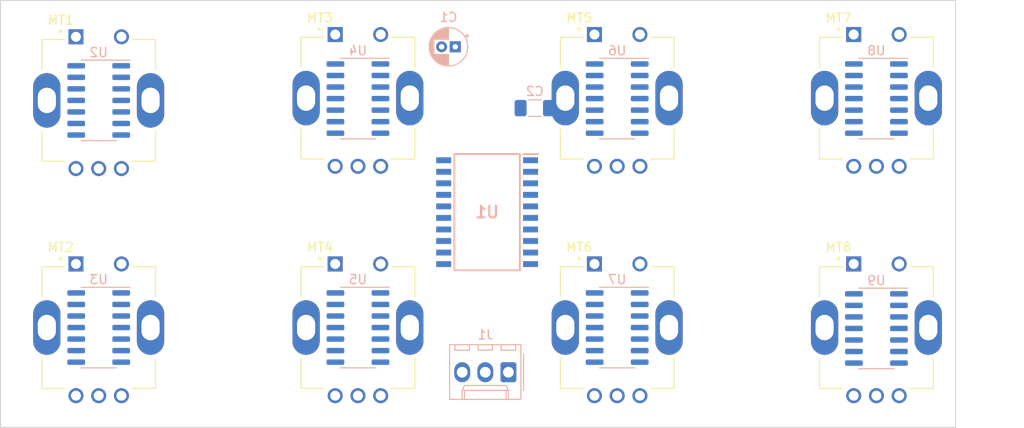
<source format=kicad_pcb>
(kicad_pcb (version 20211014) (generator pcbnew)
  (layers (0 "F.Cu" signal) (31 "B.Cu" signal) (34 "B.Paste" user) (35 "F.Paste" user) (36 "B.SilkS" user "B.Silkscreen") (37 "F.SilkS" user "F.Silkscreen") (38 "B.Mask" user) (39 "F.Mask" user) (44 "Edge.Cuts" user))
  (net 0 "")
  (net 1 "+5V")
  (net 2 "GND")
  (net 3 "E_A1_A")
  (net 4 "E_A1_B")
  (net 5 "E_A2_A")
  (net 6 "E_A2_B")
  (net 7 "E_B1_A")
  (net 8 "E_B1_B")
  (net 9 "E_B2_A")
  (net 10 "E_B2_B")
  (net 11 "E_C1_A")
  (net 12 "E_C1_B")
  (net 13 "E_C2_A")
  (net 14 "E_C2_B")
  (net 15 "E_D1_A")
  (net 16 "E_D1_B")
  (net 17 "E_D2_A")
  (net 18 "E_D2_B")
  (net 19 "SDA")
  (net 20 "SCL")
  (net 21 "UPDI")
  (net 22 "E_A1_SW")
  (net 23 "E_A2_SW")
  (net 24 "E_B1_SW")
  (net 25 "E_B2_SW")
  (net 26 "E_C1_SW")
  (net 27 "E_C2_SW")
  (net 28 "E_D1_SW")
  (net 29 "E_D2_SW")
  (net 30 "/Untitled Sheet/ENC_CTL_1")
  (net 31 "/Untitled Sheet/ENC_CTL_2")
  (net 32 "/Untitled Sheet/ENC_A_A")
  (net 33 "/Untitled Sheet/ENC_A_B")
  (net 34 "/Untitled Sheet/ENC_A_SW")
  (net 35 "/Untitled Sheet/ENC_B_A")
  (net 36 "/Untitled Sheet/ENC_B_B")
  (net 37 "/Untitled Sheet/ENC_B_SW")
  (net 38 "/Untitled Sheet/ENC_C_A")
  (net 39 "/Untitled Sheet/ENC_C_B")
  (net 40 "/Untitled Sheet/ENC_C_SW")
  (net 41 "/Untitled Sheet/ENC_D_A")
  (net 42 "/Untitled Sheet/ENC_D_B")
  (net 43 "/Untitled Sheet/ENC_D_SW")
  (footprint "3dAudioFoot:XDCR_PEC11R-4215F-S0024" (layer "F.Cu") (at 65.8 74)
    (fp_text reference "MT2" (at -4.175 -8.835) (layer "F.SilkS"))
    (fp_text value "PEC11R-4215F-S0024")
    (fp_line (start -6.25 -6.7) (end -3.7 -6.7) (layer "F.SilkS") (width 0.127))
    (fp_line (start -6.25 -3.4) (end -6.25 -6.7) (layer "F.SilkS") (width 0.127))
    (fp_line (start -6.25 6.7) (end -3.7 6.7) (layer "F.SilkS") (width 0.127))
    (fp_line (start 3.7 -6.7) (end 6.25 -6.7) (layer "F.SilkS") (width 0.127))
    (fp_line (start 6.25 6.7) (end 6.25 3.4) (layer "F.SilkS") (width 0.127))
    (fp_line (start 3.7 6.7) (end 6.25 6.7) (layer "F.SilkS") (width 0.127))
    (fp_line (start -6.25 3.4) (end -6.25 6.7) (layer "F.SilkS") (width 0.127))
    (fp_line (start 6.25 -6.7) (end 6.25 -3.4) (layer "F.SilkS") (width 0.127))
    (fp_circle (center -4.2 -7.6) (end -4.1 -7.6) (layer "F.SilkS") (width 0.2) (fill none))
    (pad "1" thru_hole rect locked (at -2.5 -7) (size 1.65 1.65) (drill 1.1) (layers *.Cu *.Mask) (net 23 "E_A2_SW"))
    (pad "2" thru_hole circle locked (at 2.5 -7) (size 1.65 1.65) (drill 1.1) (layers *.Cu *.Mask) (net 2 "GND"))
    (pad "A" thru_hole circle locked (at -2.5 7.5) (size 1.65 1.65) (drill 1.1) (layers *.Cu *.Mask) (net 5 "E_A2_A"))
    (pad "B" thru_hole circle locked (at 2.5 7.5) (size 1.65 1.65) (drill 1.1) (layers *.Cu *.Mask) (net 6 "E_A2_B"))
    (pad "COM" thru_hole circle locked (at 0 7.5) (size 1.65 1.65) (drill 1.1) (layers *.Cu *.Mask) (net 2 "GND"))
    (pad "S1" thru_hole oval locked (at -5.7 0) (size 3 6) (drill oval 2 2.8) (layers *.Cu *.Mask) (net 2 "GND"))
    (pad "S2" thru_hole oval locked (at 5.7 0) (size 3 6) (drill oval 2 2.8) (layers *.Cu *.Mask) (net 2 "GND"))
  )
  (footprint "3dAudioFoot:XDCR_PEC11R-4215F-S0024" (layer "F.Cu") (at 122.8 74)
    (fp_text reference "MT6" (at -4.175 -8.835) (layer "F.SilkS"))
    (fp_text value "PEC11R-4215F-S0024")
    (fp_line (start 3.7 6.7) (end 6.25 6.7) (layer "F.SilkS") (width 0.127))
    (fp_line (start 6.25 6.7) (end 6.25 3.4) (layer "F.SilkS") (width 0.127))
    (fp_line (start 3.7 -6.7) (end 6.25 -6.7) (layer "F.SilkS") (width 0.127))
    (fp_line (start -6.25 -6.7) (end -3.7 -6.7) (layer "F.SilkS") (width 0.127))
    (fp_line (start -6.25 3.4) (end -6.25 6.7) (layer "F.SilkS") (width 0.127))
    (fp_line (start -6.25 6.7) (end -3.7 6.7) (layer "F.SilkS") (width 0.127))
    (fp_line (start -6.25 -3.4) (end -6.25 -6.7) (layer "F.SilkS") (width 0.127))
    (fp_line (start 6.25 -6.7) (end 6.25 -3.4) (layer "F.SilkS") (width 0.127))
    (fp_circle (center -4.2 -7.6) (end -4.1 -7.6) (layer "F.SilkS") (width 0.2) (fill none))
    (pad "1" thru_hole rect locked (at -2.5 -7) (size 1.65 1.65) (drill 1.1) (layers *.Cu *.Mask) (net 27 "E_C2_SW"))
    (pad "2" thru_hole circle locked (at 2.5 -7) (size 1.65 1.65) (drill 1.1) (layers *.Cu *.Mask) (net 2 "GND"))
    (pad "A" thru_hole circle locked (at -2.5 7.5) (size 1.65 1.65) (drill 1.1) (layers *.Cu *.Mask) (net 13 "E_C2_A"))
    (pad "B" thru_hole circle locked (at 2.5 7.5) (size 1.65 1.65) (drill 1.1) (layers *.Cu *.Mask) (net 14 "E_C2_B"))
    (pad "COM" thru_hole circle locked (at 0 7.5) (size 1.65 1.65) (drill 1.1) (layers *.Cu *.Mask) (net 2 "GND"))
    (pad "S1" thru_hole oval locked (at -5.7 0) (size 3 6) (drill oval 2 2.8) (layers *.Cu *.Mask) (net 2 "GND"))
    (pad "S2" thru_hole oval locked (at 5.7 0) (size 3 6) (drill oval 2 2.8) (layers *.Cu *.Mask) (net 2 "GND"))
  )
  (footprint "3dAudioFoot:XDCR_PEC11R-4215F-S0024" (layer "F.Cu") (at 151.3 48.75)
    (fp_text reference "MT7" (at -4.175 -8.835) (layer "F.SilkS"))
    (fp_text value "PEC11R-4215F-S0024")
    (fp_line (start 3.7 6.7) (end 6.25 6.7) (layer "F.SilkS") (width 0.127))
    (fp_line (start 6.25 6.7) (end 6.25 3.4) (layer "F.SilkS") (width 0.127))
    (fp_line (start -6.25 3.4) (end -6.25 6.7) (layer "F.SilkS") (width 0.127))
    (fp_line (start 6.25 -6.7) (end 6.25 -3.4) (layer "F.SilkS") (width 0.127))
    (fp_line (start -6.25 -6.7) (end -3.7 -6.7) (layer "F.SilkS") (width 0.127))
    (fp_line (start -6.25 -3.4) (end -6.25 -6.7) (layer "F.SilkS") (width 0.127))
    (fp_line (start -6.25 6.7) (end -3.7 6.7) (layer "F.SilkS") (width 0.127))
    (fp_line (start 3.7 -6.7) (end 6.25 -6.7) (layer "F.SilkS") (width 0.127))
    (fp_circle (center -4.2 -7.6) (end -4.1 -7.6) (layer "F.SilkS") (width 0.2) (fill none))
    (pad "1" thru_hole rect locked (at -2.5 -7) (size 1.65 1.65) (drill 1.1) (layers *.Cu *.Mask) (net 28 "E_D1_SW"))
    (pad "2" thru_hole circle locked (at 2.5 -7) (size 1.65 1.65) (drill 1.1) (layers *.Cu *.Mask) (net 2 "GND"))
    (pad "A" thru_hole circle locked (at -2.5 7.5) (size 1.65 1.65) (drill 1.1) (layers *.Cu *.Mask) (net 15 "E_D1_A"))
    (pad "B" thru_hole circle locked (at 2.5 7.5) (size 1.65 1.65) (drill 1.1) (layers *.Cu *.Mask) (net 16 "E_D1_B"))
    (pad "COM" thru_hole circle locked (at 0 7.5) (size 1.65 1.65) (drill 1.1) (layers *.Cu *.Mask) (net 2 "GND"))
    (pad "S1" thru_hole oval locked (at -5.7 0) (size 3 6) (drill oval 2 2.8) (layers *.Cu *.Mask) (net 2 "GND"))
    (pad "S2" thru_hole oval locked (at 5.7 0) (size 3 6) (drill oval 2 2.8) (layers *.Cu *.Mask) (net 2 "GND"))
  )
  (footprint "3dAudioFoot:XDCR_PEC11R-4215F-S0024" (layer "F.Cu") (at 65.8 49)
    (fp_text reference "MT1" (at -4.175 -8.835) (layer "F.SilkS"))
    (fp_text value "PEC11R-4215F-S0024")
    (fp_line (start 6.25 -6.7) (end 6.25 -3.4) (layer "F.SilkS") (width 0.127))
    (fp_line (start -6.25 -6.7) (end -3.7 -6.7) (layer "F.SilkS") (width 0.127))
    (fp_line (start 3.7 6.7) (end 6.25 6.7) (layer "F.SilkS") (width 0.127))
    (fp_line (start 3.7 -6.7) (end 6.25 -6.7) (layer "F.SilkS") (width 0.127))
    (fp_line (start -6.25 -3.4) (end -6.25 -6.7) (layer "F.SilkS") (width 0.127))
    (fp_line (start -6.25 3.4) (end -6.25 6.7) (layer "F.SilkS") (width 0.127))
    (fp_line (start -6.25 6.7) (end -3.7 6.7) (layer "F.SilkS") (width 0.127))
    (fp_line (start 6.25 6.7) (end 6.25 3.4) (layer "F.SilkS") (width 0.127))
    (fp_circle (center -4.2 -7.6) (end -4.1 -7.6) (layer "F.SilkS") (width 0.2) (fill none))
    (pad "1" thru_hole rect locked (at -2.5 -7) (size 1.65 1.65) (drill 1.1) (layers *.Cu *.Mask) (net 22 "E_A1_SW"))
    (pad "2" thru_hole circle locked (at 2.5 -7) (size 1.65 1.65) (drill 1.1) (layers *.Cu *.Mask) (net 2 "GND"))
    (pad "A" thru_hole circle locked (at -2.5 7.5) (size 1.65 1.65) (drill 1.1) (layers *.Cu *.Mask) (net 3 "E_A1_A"))
    (pad "B" thru_hole circle locked (at 2.5 7.5) (size 1.65 1.65) (drill 1.1) (layers *.Cu *.Mask) (net 4 "E_A1_B"))
    (pad "COM" thru_hole circle locked (at 0 7.5) (size 1.65 1.65) (drill 1.1) (layers *.Cu *.Mask) (net 2 "GND"))
    (pad "S1" thru_hole oval locked (at -5.7 0) (size 3 6) (drill oval 2 2.8) (layers *.Cu *.Mask) (net 2 "GND"))
    (pad "S2" thru_hole oval locked (at 5.7 0) (size 3 6) (drill oval 2 2.8) (layers *.Cu *.Mask) (net 2 "GND"))
  )
  (footprint "3dAudioFoot:XDCR_PEC11R-4215F-S0024" (layer "F.Cu") (at 122.8 48.75)
    (fp_text reference "MT5" (at -4.175 -8.835) (layer "F.SilkS"))
    (fp_text value "PEC11R-4215F-S0024")
    (fp_line (start -6.25 3.4) (end -6.25 6.7) (layer "F.SilkS") (width 0.127))
    (fp_line (start 6.25 -6.7) (end 6.25 -3.4) (layer "F.SilkS") (width 0.127))
    (fp_line (start 3.7 6.7) (end 6.25 6.7) (layer "F.SilkS") (width 0.127))
    (fp_line (start -6.25 6.7) (end -3.7 6.7) (layer "F.SilkS") (width 0.127))
    (fp_line (start 6.25 6.7) (end 6.25 3.4) (layer "F.SilkS") (width 0.127))
    (fp_line (start 3.7 -6.7) (end 6.25 -6.7) (layer "F.SilkS") (width 0.127))
    (fp_line (start -6.25 -3.4) (end -6.25 -6.7) (layer "F.SilkS") (width 0.127))
    (fp_line (start -6.25 -6.7) (end -3.7 -6.7) (layer "F.SilkS") (width 0.127))
    (fp_circle (center -4.2 -7.6) (end -4.1 -7.6) (layer "F.SilkS") (width 0.2) (fill none))
    (pad "1" thru_hole rect locked (at -2.5 -7) (size 1.65 1.65) (drill 1.1) (layers *.Cu *.Mask) (net 26 "E_C1_SW"))
    (pad "2" thru_hole circle locked (at 2.5 -7) (size 1.65 1.65) (drill 1.1) (layers *.Cu *.Mask) (net 2 "GND"))
    (pad "A" thru_hole circle locked (at -2.5 7.5) (size 1.65 1.65) (drill 1.1) (layers *.Cu *.Mask) (net 11 "E_C1_A"))
    (pad "B" thru_hole circle locked (at 2.5 7.5) (size 1.65 1.65) (drill 1.1) (layers *.Cu *.Mask) (net 12 "E_C1_B"))
    (pad "COM" thru_hole circle locked (at 0 7.5) (size 1.65 1.65) (drill 1.1) (layers *.Cu *.Mask) (net 2 "GND"))
    (pad "S1" thru_hole oval locked (at -5.7 0) (size 3 6) (drill oval 2 2.8) (layers *.Cu *.Mask) (net 2 "GND"))
    (pad "S2" thru_hole oval locked (at 5.7 0) (size 3 6) (drill oval 2 2.8) (layers *.Cu *.Mask) (net 2 "GND"))
  )
  (footprint "3dAudioFoot:XDCR_PEC11R-4215F-S0024" (layer "F.Cu") (at 94.3 74)
    (fp_text reference "MT4" (at -4.175 -8.835) (layer "F.SilkS"))
    (fp_text value "PEC11R-4215F-S0024")
    (fp_line (start -6.25 -6.7) (end -3.7 -6.7) (layer "F.SilkS") (width 0.127))
    (fp_line (start -6.25 6.7) (end -3.7 6.7) (layer "F.SilkS") (width 0.127))
    (fp_line (start -6.25 -3.4) (end -6.25 -6.7) (layer "F.SilkS") (width 0.127))
    (fp_line (start 3.7 -6.7) (end 6.25 -6.7) (layer "F.SilkS") (width 0.127))
    (fp_line (start 3.7 6.7) (end 6.25 6.7) (layer "F.SilkS") (width 0.127))
    (fp_line (start 6.25 6.7) (end 6.25 3.4) (layer "F.SilkS") (width 0.127))
    (fp_line (start 6.25 -6.7) (end 6.25 -3.4) (layer "F.SilkS") (width 0.127))
    (fp_line (start -6.25 3.4) (end -6.25 6.7) (layer "F.SilkS") (width 0.127))
    (fp_circle (center -4.2 -7.6) (end -4.1 -7.6) (layer "F.SilkS") (width 0.2) (fill none))
    (pad "1" thru_hole rect locked (at -2.5 -7) (size 1.65 1.65) (drill 1.1) (layers *.Cu *.Mask) (net 25 "E_B2_SW"))
    (pad "2" thru_hole circle locked (at 2.5 -7) (size 1.65 1.65) (drill 1.1) (layers *.Cu *.Mask) (net 2 "GND"))
    (pad "A" thru_hole circle locked (at -2.5 7.5) (size 1.65 1.65) (drill 1.1) (layers *.Cu *.Mask) (net 9 "E_B2_A"))
    (pad "B" thru_hole circle locked (at 2.5 7.5) (size 1.65 1.65) (drill 1.1) (layers *.Cu *.Mask) (net 10 "E_B2_B"))
    (pad "COM" thru_hole circle locked (at 0 7.5) (size 1.65 1.65) (drill 1.1) (layers *.Cu *.Mask) (net 2 "GND"))
    (pad "S1" thru_hole oval locked (at -5.7 0) (size 3 6) (drill oval 2 2.8) (layers *.Cu *.Mask) (net 2 "GND"))
    (pad "S2" thru_hole oval locked (at 5.7 0) (size 3 6) (drill oval 2 2.8) (layers *.Cu *.Mask) (net 2 "GND"))
  )
  (footprint "3dAudioFoot:XDCR_PEC11R-4215F-S0024" (layer "F.Cu") (at 151.3 74)
    (fp_text reference "MT8" (at -4.175 -8.835) (layer "F.SilkS"))
    (fp_text value "PEC11R-4215F-S0024")
    (fp_line (start 6.25 6.7) (end 6.25 3.4) (layer "F.SilkS") (width 0.127))
    (fp_line (start -6.25 3.4) (end -6.25 6.7) (layer "F.SilkS") (width 0.127))
    (fp_line (start 3.7 6.7) (end 6.25 6.7) (layer "F.SilkS") (width 0.127))
    (fp_line (start -6.25 -3.4) (end -6.25 -6.7) (layer "F.SilkS") (width 0.127))
    (fp_line (start 3.7 -6.7) (end 6.25 -6.7) (layer "F.SilkS") (width 0.127))
    (fp_line (start -6.25 -6.7) (end -3.7 -6.7) (layer "F.SilkS") (width 0.127))
    (fp_line (start 6.25 -6.7) (end 6.25 -3.4) (layer "F.SilkS") (width 0.127))
    (fp_line (start -6.25 6.7) (end -3.7 6.7) (layer "F.SilkS") (width 0.127))
    (fp_circle (center -4.2 -7.6) (end -4.1 -7.6) (layer "F.SilkS") (width 0.2) (fill none))
    (pad "1" thru_hole rect locked (at -2.5 -7) (size 1.65 1.65) (drill 1.1) (layers *.Cu *.Mask) (net 29 "E_D2_SW"))
    (pad "2" thru_hole circle locked (at 2.5 -7) (size 1.65 1.65) (drill 1.1) (layers *.Cu *.Mask) (net 2 "GND"))
    (pad "A" thru_hole circle locked (at -2.5 7.5) (size 1.65 1.65) (drill 1.1) (layers *.Cu *.Mask) (net 17 "E_D2_A"))
    (pad "B" thru_hole circle locked (at 2.5 7.5) (size 1.65 1.65) (drill 1.1) (layers *.Cu *.Mask) (net 18 "E_D2_B"))
    (pad "COM" thru_hole circle locked (at 0 7.5) (size 1.65 1.65) (drill 1.1) (layers *.Cu *.Mask) (net 2 "GND"))
    (pad "S1" thru_hole oval locked (at -5.7 0) (size 3 6) (drill oval 2 2.8) (layers *.Cu *.Mask) (net 2 "GND"))
    (pad "S2" thru_hole oval locked (at 5.7 0) (size 3 6) (drill oval 2 2.8) (layers *.Cu *.Mask) (net 2 "GND"))
  )
  (footprint "3dAudioFoot:XDCR_PEC11R-4215F-S0024" (layer "F.Cu") (at 94.3 48.75)
    (fp_text reference "MT3" (at -4.175 -8.835) (layer "F.SilkS"))
    (fp_text value "PEC11R-4215F-S0024")
    (fp_line (start 6.25 6.7) (end 6.25 3.4) (layer "F.SilkS") (width 0.127))
    (fp_line (start 3.7 6.7) (end 6.25 6.7) (layer "F.SilkS") (width 0.127))
    (fp_line (start -6.25 3.4) (end -6.25 6.7) (layer "F.SilkS") (width 0.127))
    (fp_line (start -6.25 -6.7) (end -3.7 -6.7) (layer "F.SilkS") (width 0.127))
    (fp_line (start -6.25 6.7) (end -3.7 6.7) (layer "F.SilkS") (width 0.127))
    (fp_line (start 3.7 -6.7) (end 6.25 -6.7) (layer "F.SilkS") (width 0.127))
    (fp_line (start -6.25 -3.4) (end -6.25 -6.7) (layer "F.SilkS") (width 0.127))
    (fp_line (start 6.25 -6.7) (end 6.25 -3.4) (layer "F.SilkS") (width 0.127))
    (fp_circle (center -4.2 -7.6) (end -4.1 -7.6) (layer "F.SilkS") (width 0.2) (fill none))
    (pad "1" thru_hole rect locked (at -2.5 -7) (size 1.65 1.65) (drill 1.1) (layers *.Cu *.Mask) (net 24 "E_B1_SW"))
    (pad "2" thru_hole circle locked (at 2.5 -7) (size 1.65 1.65) (drill 1.1) (layers *.Cu *.Mask) (net 2 "GND"))
    (pad "A" thru_hole circle locked (at -2.5 7.5) (size 1.65 1.65) (drill 1.1) (layers *.Cu *.Mask) (net 7 "E_B1_A"))
    (pad "B" thru_hole circle locked (at 2.5 7.5) (size 1.65 1.65) (drill 1.1) (layers *.Cu *.Mask) (net 8 "E_B1_B"))
    (pad "COM" thru_hole circle locked (at 0 7.5) (size 1.65 1.65) (drill 1.1) (layers *.Cu *.Mask) (net 2 "GND"))
    (pad "S1" thru_hole oval locked (at -5.7 0) (size 3 6) (drill oval 2 2.8) (layers *.Cu *.Mask) (net 2 "GND"))
    (pad "S2" thru_hole oval locked (at 5.7 0) (size 3 6) (drill oval 2 2.8) (layers *.Cu *.Mask) (net 2 "GND"))
  )
  (footprint "Package_SO:SOIC-14_3.9x8.7mm_P1.27mm" (layer "B.Cu") (at 122.8 74 180)
    (fp_text reference "U7" (at 0 5.28) (layer "B.SilkS") (effects (justify mirror)))
    (fp_text value "74hc4066")
    (fp_line (start 0 4.435) (end 1.95 4.435) (layer "B.SilkS") (width 0.12))
    (fp_line (start 0 4.435) (end -3.45 4.435) (layer "B.SilkS") (width 0.12))
    (fp_line (start 0 -4.435) (end -1.95 -4.435) (layer "B.SilkS") (width 0.12))
    (fp_line (start 0 -4.435) (end 1.95 -4.435) (layer "B.SilkS") (width 0.12))
    (pad "1" smd roundrect (at -2.475 3.81 180) (size 1.95 0.6) (layers "B.Cu" "B.Paste" "B.Mask") (net 13 "E_C2_A"))
    (pad "2" smd roundrect (at -2.475 2.54 180) (size 1.95 0.6) (layers "B.Cu" "B.Paste" "B.Mask") (net 38 "/Untitled Sheet/ENC_C_A"))
    (pad "3" smd roundrect (at -2.475 1.27 180) (size 1.95 0.6) (layers "B.Cu" "B.Paste" "B.Mask") (net 39 "/Untitled Sheet/ENC_C_B"))
    (pad "4" smd roundrect (at -2.475 0 180) (size 1.95 0.6) (layers "B.Cu" "B.Paste" "B.Mask") (net 14 "E_C2_B"))
    (pad "5" smd roundrect (at -2.475 -1.27 180) (size 1.95 0.6) (layers "B.Cu" "B.Paste" "B.Mask") (net 31 "/Untitled Sheet/ENC_CTL_2"))
    (pad "6" smd roundrect (at -2.475 -2.54 180) (size 1.95 0.6) (layers "B.Cu" "B.Paste" "B.Mask") (net 31 "/Untitled Sheet/ENC_CTL_2"))
    (pad "7" smd roundrect (at -2.475 -3.81 180) (size 1.95 0.6) (layers "B.Cu" "B.Paste" "B.Mask") (net 2 "GND"))
    (pad "8" smd roundrect (at 2.475 -3.81 180) (size 1.95 0.6) (layers "B.Cu" "B.Paste" "B.Mask") (net 27 "E_C2_SW"))
    (pad "9" smd roundrect (at 2.475 -2.54 180) (size 1.95 0.6) (layers "B.Cu" "B.Paste" "B.Mask") (net 40 "/Untitled Sheet/ENC_C_SW"))
    (pad "10" smd roundrect (at 2.475 -1.27 180) (size 1.95 0.6) (layers "B.Cu" "B.Paste" "B.Mask"))
    (pad "11" smd roundrect (at 2.475 0 180) (size 1.95 0.6) (layers "B.Cu" "B.Paste" "B.Mask"))
    (pad "12" smd roundrect (at 2.475 1.27 180) (size 1.95 0.6) (layers "B.Cu" "B.Paste" "B.Mask"))
    (pad "13" smd roundrect (at 2.475 2.54 180) (size 1.95 0.6) (layers "B.Cu" "B.Paste" "B.Mask") (net 31 "/Untitled Sheet/ENC_CTL_2"))
    (pad "14" smd roundrect (at 2.475 3.81 180) (size 1.95 0.6) (layers "B.Cu" "B.Paste" "B.Mask") (net 1 "+5V"))
  )
  (footprint "Package_SO:SOIC-14_3.9x8.7mm_P1.27mm" (layer "B.Cu") (at 65.8 74 180)
    (fp_text reference "U3" (at 0 5.28) (layer "B.SilkS") (effects (justify mirror)))
    (fp_text value "74hc4066")
    (fp_line (start 0 -4.435) (end 1.95 -4.435) (layer "B.SilkS") (width 0.12))
    (fp_line (start 0 -4.435) (end -1.95 -4.435) (layer "B.SilkS") (width 0.12))
    (fp_line (start 0 4.435) (end 1.95 4.435) (layer "B.SilkS") (width 0.12))
    (fp_line (start 0 4.435) (end -3.45 4.435) (layer "B.SilkS") (width 0.12))
    (pad "1" smd roundrect (at -2.475 3.81 180) (size 1.95 0.6) (layers "B.Cu" "B.Paste" "B.Mask") (net 5 "E_A2_A"))
    (pad "2" smd roundrect (at -2.475 2.54 180) (size 1.95 0.6) (layers "B.Cu" "B.Paste" "B.Mask") (net 32 "/Untitled Sheet/ENC_A_A"))
    (pad "3" smd roundrect (at -2.475 1.27 180) (size 1.95 0.6) (layers "B.Cu" "B.Paste" "B.Mask") (net 33 "/Untitled Sheet/ENC_A_B"))
    (pad "4" smd roundrect (at -2.475 0 180) (size 1.95 0.6) (layers "B.Cu" "B.Paste" "B.Mask") (net 6 "E_A2_B"))
    (pad "5" smd roundrect (at -2.475 -1.27 180) (size 1.95 0.6) (layers "B.Cu" "B.Paste" "B.Mask") (net 31 "/Untitled Sheet/ENC_CTL_2"))
    (pad "6" smd roundrect (at -2.475 -2.54 180) (size 1.95 0.6) (layers "B.Cu" "B.Paste" "B.Mask") (net 31 "/Untitled Sheet/ENC_CTL_2"))
    (pad "7" smd roundrect (at -2.475 -3.81 180) (size 1.95 0.6) (layers "B.Cu" "B.Paste" "B.Mask") (net 2 "GND"))
    (pad "8" smd roundrect (at 2.475 -3.81 180) (size 1.95 0.6) (layers "B.Cu" "B.Paste" "B.Mask") (net 23 "E_A2_SW"))
    (pad "9" smd roundrect (at 2.475 -2.54 180) (size 1.95 0.6) (layers "B.Cu" "B.Paste" "B.Mask") (net 34 "/Untitled Sheet/ENC_A_SW"))
    (pad "10" smd roundrect (at 2.475 -1.27 180) (size 1.95 0.6) (layers "B.Cu" "B.Paste" "B.Mask"))
    (pad "11" smd roundrect (at 2.475 0 180) (size 1.95 0.6) (layers "B.Cu" "B.Paste" "B.Mask"))
    (pad "12" smd roundrect (at 2.475 1.27 180) (size 1.95 0.6) (layers "B.Cu" "B.Paste" "B.Mask"))
    (pad "13" smd roundrect (at 2.475 2.54 180) (size 1.95 0.6) (layers "B.Cu" "B.Paste" "B.Mask") (net 31 "/Untitled Sheet/ENC_CTL_2"))
    (pad "14" smd roundrect (at 2.475 3.81 180) (size 1.95 0.6) (layers "B.Cu" "B.Paste" "B.Mask") (net 1 "+5V"))
  )
  (footprint "3dAudioFoot:attiny1626" (layer "B.Cu") (at 108.5 61.3 180)
    (fp_text reference "U1" (at 0 0) (layer "B.SilkS") (effects (font (size 1.27 1.27) (thickness 0.254)) (justify mirror)))
    (fp_text value "ATtiny1626" hide)
    (fp_line (start 3.6 -6.4) (end -3.6 -6.4) (layer "B.SilkS") (width 0.2))
    (fp_line (start -3.6 -6.4) (end -3.6 6.4) (layer "B.SilkS") (width 0.2))
    (fp_line (start 3.6 6.4) (end 3.6 -6.4) (layer "B.SilkS") (width 0.2))
    (fp_line (start -3.6 6.4) (end 3.6 6.4) (layer "B.SilkS") (width 0.2))
    (fp_line (start -5.6 6.39) (end -3.95 6.39) (layer "B.SilkS") (width 0.2))
    (pad "1" smd rect (at -4.775 5.715 90) (size 0.65 1.65) (layers "B.Cu" "B.Paste" "B.Mask") (net 1 "+5V"))
    (pad "2" smd rect (at -4.775 4.445 90) (size 0.65 1.65) (layers "B.Cu" "B.Paste" "B.Mask") (net 30 "/Untitled Sheet/ENC_CTL_1"))
    (pad "3" smd rect (at -4.775 3.175 90) (size 0.65 1.65) (layers "B.Cu" "B.Paste" "B.Mask") (net 31 "/Untitled Sheet/ENC_CTL_2"))
    (pad "4" smd rect (at -4.775 1.905 90) (size 0.65 1.65) (layers "B.Cu" "B.Paste" "B.Mask") (net 32 "/Untitled Sheet/ENC_A_A"))
    (pad "5" smd rect (at -4.775 0.635 90) (size 0.65 1.65) (layers "B.Cu" "B.Paste" "B.Mask") (net 33 "/Untitled Sheet/ENC_A_B"))
    (pad "6" smd rect (at -4.775 -0.635 90) (size 0.65 1.65) (layers "B.Cu" "B.Paste" "B.Mask") (net 34 "/Untitled Sheet/ENC_A_SW"))
    (pad "7" smd rect (at -4.775 -1.905 90) (size 0.65 1.65) (layers "B.Cu" "B.Paste" "B.Mask") (net 35 "/Untitled Sheet/ENC_B_A"))
    (pad "8" smd rect (at -4.775 -3.175 90) (size 0.65 1.65) (layers "B.Cu" "B.Paste" "B.Mask") (net 36 "/Untitled Sheet/ENC_B_B"))
    (pad "9" smd rect (at -4.775 -4.445 90) (size 0.65 1.65) (layers "B.Cu" "B.Paste" "B.Mask") (net 37 "/Untitled Sheet/ENC_B_SW"))
    (pad "10" smd rect (at -4.775 -5.715 90) (size 0.65 1.65) (layers "B.Cu" "B.Paste" "B.Mask") (net 19 "SDA"))
    (pad "11" smd rect (at 4.775 -5.715 90) (size 0.65 1.65) (layers "B.Cu" "B.Paste" "B.Mask") (net 20 "SCL"))
    (pad "12" smd rect (at 4.775 -4.445 90) (size 0.65 1.65) (layers "B.Cu" "B.Paste" "B.Mask") (net 38 "/Untitled Sheet/ENC_C_A"))
    (pad "13" smd rect (at 4.775 -3.175 90) (size 0.65 1.65) (layers "B.Cu" "B.Paste" "B.Mask") (net 39 "/Untitled Sheet/ENC_C_B"))
    (pad "14" smd rect (at 4.775 -1.905 90) (size 0.65 1.65) (layers "B.Cu" "B.Paste" "B.Mask") (net 40 "/Untitled Sheet/ENC_C_SW"))
    (pad "15" smd rect (at 4.775 -0.635 90) (size 0.65 1.65) (layers "B.Cu" "B.Paste" "B.Mask") (net 41 "/Untitled Sheet/ENC_D_A"))
    (pad "16" smd rect (at 4.775 0.635 90) (size 0.65 1.65) (layers "B.Cu" "B.Paste" "B.Mask") (net 21 "UPDI"))
    (pad "17" smd rect (at 4.775 1.905 90) (size 0.65 1.65) (layers "B.Cu" "B.Paste" "B.Mask") (net 42 "/Untitled Sheet/ENC_D_B"))
    (pad "18" smd rect (at 4.775 3.175 90) (size 0.65 1.65) (layers "B.Cu" "B.Paste" "B.Mask") (net 43 "/Untitled Sheet/ENC_D_SW"))
    (pad "19" smd rect (at 4.775 4.445 90) (size 0.65 1.65) (layers "B.Cu" "B.Paste" "B.Mask"))
    (pad "20" smd rect (at 4.775 5.715 90) (size 0.65 1.65) (layers "B.Cu" "B.Paste" "B.Mask") (net 2 "GND"))
  )
  (footprint "Package_SO:SOIC-14_3.9x8.7mm_P1.27mm" (layer "B.Cu") (at 94.3 74 180)
    (fp_text reference "U5" (at 0 5.28) (layer "B.SilkS") (effects (justify mirror)))
    (fp_text value "74hc4066")
    (fp_line (start 0 4.435) (end 1.95 4.435) (layer "B.SilkS") (width 0.12))
    (fp_line (start 0 4.435) (end -3.45 4.435) (layer "B.SilkS") (width 0.12))
    (fp_line (start 0 -4.435) (end 1.95 -4.435) (layer "B.SilkS") (width 0.12))
    (fp_line (start 0 -4.435) (end -1.95 -4.435) (layer "B.SilkS") (width 0.12))
    (pad "1" smd roundrect (at -2.475 3.81 180) (size 1.95 0.6) (layers "B.Cu" "B.Paste" "B.Mask") (net 9 "E_B2_A"))
    (pad "2" smd roundrect (at -2.475 2.54 180) (size 1.95 0.6) (layers "B.Cu" "B.Paste" "B.Mask") (net 35 "/Untitled Sheet/ENC_B_A"))
    (pad "3" smd roundrect (at -2.475 1.27 180) (size 1.95 0.6) (layers "B.Cu" "B.Paste" "B.Mask") (net 36 "/Untitled Sheet/ENC_B_B"))
    (pad "4" smd roundrect (at -2.475 0 180) (size 1.95 0.6) (layers "B.Cu" "B.Paste" "B.Mask") (net 10 "E_B2_B"))
    (pad "5" smd roundrect (at -2.475 -1.27 180) (size 1.95 0.6) (layers "B.Cu" "B.Paste" "B.Mask") (net 31 "/Untitled Sheet/ENC_CTL_2"))
    (pad "6" smd roundrect (at -2.475 -2.54 180) (size 1.95 0.6) (layers "B.Cu" "B.Paste" "B.Mask") (net 31 "/Untitled Sheet/ENC_CTL_2"))
    (pad "7" smd roundrect (at -2.475 -3.81 180) (size 1.95 0.6) (layers "B.Cu" "B.Paste" "B.Mask") (net 2 "GND"))
    (pad "8" smd roundrect (at 2.475 -3.81 180) (size 1.95 0.6) (layers "B.Cu" "B.Paste" "B.Mask") (net 25 "E_B2_SW"))
    (pad "9" smd roundrect (at 2.475 -2.54 180) (size 1.95 0.6) (layers "B.Cu" "B.Paste" "B.Mask") (net 37 "/Untitled Sheet/ENC_B_SW"))
    (pad "10" smd roundrect (at 2.475 -1.27 180) (size 1.95 0.6) (layers "B.Cu" "B.Paste" "B.Mask"))
    (pad "11" smd roundrect (at 2.475 0 180) (size 1.95 0.6) (layers "B.Cu" "B.Paste" "B.Mask"))
    (pad "12" smd roundrect (at 2.475 1.27 180) (size 1.95 0.6) (layers "B.Cu" "B.Paste" "B.Mask"))
    (pad "13" smd roundrect (at 2.475 2.54 180) (size 1.95 0.6) (layers "B.Cu" "B.Paste" "B.Mask") (net 31 "/Untitled Sheet/ENC_CTL_2"))
    (pad "14" smd roundrect (at 2.475 3.81 180) (size 1.95 0.6) (layers "B.Cu" "B.Paste" "B.Mask") (net 1 "+5V"))
  )
  (footprint "3dAudioFoot:Molex_KK-254_AE-6410-03A_1x03_P2.54mm_Vertical" (layer "B.Cu") (at 110.84 78.92 180)
    (fp_text reference "J1" (at 2.54 4.12) (layer "B.SilkS") (effects (justify mirror)))
    (fp_text value "molex1x03")
    (fp_line (start -1.38 3.03) (end -1.38 -2.99) (layer "B.SilkS") (width 0.12))
    (fp_line (start 1.74 2.43) (end 3.34 2.43) (layer "B.SilkS") (width 0.12))
    (fp_line (start 4.83 -1.46) (end 5.08 -1.99) (layer "B.SilkS") (width 0.12))
    (fp_line (start 4.83 -2.99) (end 4.83 -1.99) (layer "B.SilkS") (width 0.12))
    (fp_line (start 0.25 -1.46) (end 4.83 -1.46) (layer "B.SilkS") (width 0.12))
    (fp_line (start 0 -1.99) (end 0.25 -1.46) (layer "B.SilkS") (width 0.12))
    (fp_line (start 4.28 3.03) (end 4.28 2.43) (layer "B.SilkS") (width 0.12))
    (fp_line (start 0.25 -2.99) (end 0.25 -1.99) (layer "B.SilkS") (width 0.12))
    (fp_line (start 0 -1.99) (end 5.08 -1.99) (layer "B.SilkS") (width 0.12))
    (fp_line (start 0.8 2.43) (end 0.8 3.03) (layer "B.SilkS") (width 0.12))
    (fp_line (start 5.08 -1.99) (end 5.08 -2.99) (layer "B.SilkS") (width 0.12))
    (fp_line (start 6.46 3.03) (end -1.38 3.03) (layer "B.SilkS") (width 0.12))
    (fp_line (start 5.88 2.43) (end 5.88 3.03) (layer "B.SilkS") (width 0.12))
    (fp_line (start 0 -2.99) (end 0 -1.99) (layer "B.SilkS") (width 0.12))
    (fp_line (start 3.34 2.43) (end 3.34 3.03) (layer "B.SilkS") (width 0.12))
    (fp_line (start -0.8 3.03) (end -0.8 2.43) (layer "B.SilkS") (width 0.12))
    (fp_line (start -1.38 -2.99) (end 6.46 -2.99) (layer "B.SilkS") (width 0.12))
    (fp_line (start 4.28 2.43) (end 5.88 2.43) (layer "B.SilkS") (width 0.12))
    (fp_line (start 6.46 -2.99) (end 6.46 3.03) (layer "B.SilkS") (width 0.12))
    (fp_line (start 1.74 3.03) (end 1.74 2.43) (layer "B.SilkS") (width 0.12))
    (fp_line (start -0.8 2.43) (end 0.8 2.43) (layer "B.SilkS") (width 0.12))
    (fp_line (start -1.67 2) (end -1.67 -2) (layer "B.SilkS") (width 0.12))
    (pad "1" thru_hole roundrect (at 0 0 180) (size 1.74 2.19) (drill 1.19) (layers *.Cu *.Mask) (roundrect_rratio 0.143678) (net 19 "SDA"))
    (pad "2" thru_hole oval (at 2.54 0 180) (size 1.74 2.19) (drill 1.19) (layers *.Cu *.Mask) (net 20 "SCL"))
    (pad "3" thru_hole oval (at 5.08 0 180) (size 1.74 2.19) (drill 1.19) (layers *.Cu *.Mask) (net 21 "UPDI"))
  )
  (footprint "Package_SO:SOIC-14_3.9x8.7mm_P1.27mm" (layer "B.Cu") (at 151.3 48.8 180)
    (fp_text reference "U8" (at 0 5.28) (layer "B.SilkS") (effects (justify mirror)))
    (fp_text value "74hc4066")
    (fp_line (start 0 4.435) (end 1.95 4.435) (layer "B.SilkS") (width 0.12))
    (fp_line (start 0 -4.435) (end -1.95 -4.435) (layer "B.SilkS") (width 0.12))
    (fp_line (start 0 -4.435) (end 1.95 -4.435) (layer "B.SilkS") (width 0.12))
    (fp_line (start 0 4.435) (end -3.45 4.435) (layer "B.SilkS") (width 0.12))
    (pad "1" smd roundrect (at -2.475 3.81 180) (size 1.95 0.6) (layers "B.Cu" "B.Paste" "B.Mask") (net 15 "E_D1_A"))
    (pad "2" smd roundrect (at -2.475 2.54 180) (size 1.95 0.6) (layers "B.Cu" "B.Paste" "B.Mask") (net 41 "/Untitled Sheet/ENC_D_A"))
    (pad "3" smd roundrect (at -2.475 1.27 180) (size 1.95 0.6) (layers "B.Cu" "B.Paste" "B.Mask") (net 42 "/Untitled Sheet/ENC_D_B"))
    (pad "4" smd roundrect (at -2.475 0 180) (size 1.95 0.6) (layers "B.Cu" "B.Paste" "B.Mask") (net 16 "E_D1_B"))
    (pad "5" smd roundrect (at -2.475 -1.27 180) (size 1.95 0.6) (layers "B.Cu" "B.Paste" "B.Mask") (net 30 "/Untitled Sheet/ENC_CTL_1"))
    (pad "6" smd roundrect (at -2.475 -2.54 180) (size 1.95 0.6) (layers "B.Cu" "B.Paste" "B.Mask") (net 30 "/Untitled Sheet/ENC_CTL_1"))
    (pad "7" smd roundrect (at -2.475 -3.81 180) (size 1.95 0.6) (layers "B.Cu" "B.Paste" "B.Mask") (net 2 "GND"))
    (pad "8" smd roundrect (at 2.475 -3.81 180) (size 1.95 0.6) (layers "B.Cu" "B.Paste" "B.Mask") (net 28 "E_D1_SW"))
    (pad "9" smd roundrect (at 2.475 -2.54 180) (size 1.95 0.6) (layers "B.Cu" "B.Paste" "B.Mask") (net 43 "/Untitled Sheet/ENC_D_SW"))
    (pad "10" smd roundrect (at 2.475 -1.27 180) (size 1.95 0.6) (layers "B.Cu" "B.Paste" "B.Mask"))
    (pad "11" smd roundrect (at 2.475 0 180) (size 1.95 0.6) (layers "B.Cu" "B.Paste" "B.Mask"))
    (pad "12" smd roundrect (at 2.475 1.27 180) (size 1.95 0.6) (layers "B.Cu" "B.Paste" "B.Mask"))
    (pad "13" smd roundrect (at 2.475 2.54 180) (size 1.95 0.6) (layers "B.Cu" "B.Paste" "B.Mask") (net 30 "/Untitled Sheet/ENC_CTL_1"))
    (pad "14" smd roundrect (at 2.475 3.81 180) (size 1.95 0.6) (layers "B.Cu" "B.Paste" "B.Mask") (net 1 "+5V"))
  )
  (footprint "Capacitor_THT:CP_Radial_D4.0mm_P1.50mm" (layer "B.Cu") (at 105 43.1 180)
    (fp_text reference "C1" (at 0.75 3.25) (layer "B.SilkS") (effects (justify mirror)))
    (fp_text value "10uF")
    (fp_line (start 1.671 -0.84) (end 1.671 -1.87) (layer "B.SilkS") (width 0.12))
    (fp_line (start 2.271 -0.84) (end 2.271 -1.438) (layer "B.SilkS") (width 0.12))
    (fp_line (start 1.511 1.94) (end 1.511 0.84) (layer "B.SilkS") (width 0.12))
    (fp_line (start 2.151 1.552) (end 2.151 0.84) (layer "B.SilkS") (width 0.12))
    (fp_line (start 1.671 1.87) (end 1.671 0.84) (layer "B.SilkS") (width 0.12))
    (fp_line (start 1.11 2.05) (end 1.11 0.84) (layer "B.SilkS") (width 0.12))
    (fp_line (start 2.231 1.478) (end 2.231 0.84) (layer "B.SilkS") (width 0.12))
    (fp_line (start 0.91 2.074) (end 0.91 0.84) (layer "B.SilkS") (width 0.12))
    (fp_line (start 1.15 2.042) (end 1.15 0.84) (layer "B.SilkS") (width 0.12))
    (fp_line (start 1.19 2.034) (end 1.19 0.84) (layer "B.SilkS") (width 0.12))
    (fp_line (start 0.83 2.079) (end 0.83 0.84) (layer "B.SilkS") (width 0.12))
    (fp_line (start 2.191 1.516) (end 2.191 0.84) (layer "B.SilkS") (width 0.12))
    (fp_line (start 2.751 0.664) (end 2.751 -0.664) (layer "B.SilkS") (width 0.12))
    (fp_line (start 1.511 -0.84) (end 1.511 -1.94) (layer "B.SilkS") (width 0.12))
    (fp_line (start 1.871 -0.84) (end 1.871 -1.76) (layer "B.SilkS") (width 0.12))
    (fp_line (start 2.391 1.304) (end 2.391 -1.304) (layer "B.SilkS") (width 0.12))
    (fp_line (start 1.471 -0.84) (end 1.471 -1.954) (layer "B.SilkS") (width 0.12))
    (fp_line (start 1.03 -0.84) (end 1.03 -2.062) (layer "B.SilkS") (width 0.12))
    (fp_line (start 2.231 -0.84) (end 2.231 -1.478) (layer "B.SilkS") (width 0.12))
    (fp_line (start 2.711 0.768) (end 2.711 -0.768) (layer "B.SilkS") (width 0.12))
    (fp_line (start 1.471 1.954) (end 1.471 0.84) (layer "B.SilkS") (width 0.12))
    (fp_line (start 2.551 1.08) (end 2.551 -1.08) (layer "B.SilkS") (width 0.12))
    (fp_line (start 2.111 1.587) (end 2.111 0.84) (layer "B.SilkS") (width 0.12))
    (fp_line (start 0.99 2.067) (end 0.99 0.84) (layer "B.SilkS") (width 0.12))
    (fp_line (start 1.07 2.056) (end 1.07 0.84) (layer "B.SilkS") (width 0.12))
    (fp_line (start 1.711 1.851) (end 1.711 0.84) (layer "B.SilkS") (width 0.12))
    (fp_line (start 0.75 -0.84) (end 0.75 -2.08) (layer "B.SilkS") (width 0.12))
    (fp_line (start 0.87 2.077) (end 0.87 0.84) (layer "B.SilkS") (width 0.12))
    (fp_line (start 1.35 1.994) (end 1.35 0.84) (layer "B.SilkS") (width 0.12))
    (fp_line (start 1.43 1.968) (end 1.43 0.84) (layer "B.SilkS") (width 0.12))
    (fp_line (start 0.87 -0.84) (end 0.87 -2.077) (layer "B.SilkS") (width 0.12))
    (fp_line (start 1.791 1.808) (end 1.791 0.84) (layer "B.SilkS") (width 0.12))
    (fp_line (start 2.471 1.2) (end 2.471 -1.2) (layer "B.SilkS") (width 0.12))
    (fp_line (start 1.991 -0.84) (end 1.991 -1.68) (layer "B.SilkS") (width 0.12))
    (fp_line (start 1.831 -0.84) (end 1.831 -1.785) (layer "B.SilkS") (width 0.12))
    (fp_line (start 2.271 1.438) (end 2.271 0.84) (layer "B.SilkS") (width 0.12))
    (fp_line (start 2.831 0.37) (end 2.831 -0.37) (layer "B.SilkS") (width 0.12))
    (fp_line (start 2.791 0.537) (end 2.791 -0.537) (layer "B.SilkS") (width 0.12))
    (fp_line (start 1.951 1.708) (end 1.951 0.84) (layer "B.SilkS") (width 0.12))
    (fp_line (start 1.591 1.907) (end 1.591 0.84) (layer "B.SilkS") (width 0.12))
    (fp_line (start 1.831 1.785) (end 1.831 0.84) (layer "B.SilkS") (width 0.12))
    (fp_line (start 0.95 2.071) (end 0.95 0.84) (layer "B.SilkS") (width 0.12))
    (fp_line (start 1.31 -0.84) (end 1.31 -2.005) (layer "B.SilkS") (width 0.12))
    (fp_line (start 1.911 -0.84) (end 1.911 -1.735) (layer "B.SilkS") (width 0.12))
    (fp_line (start 1.711 -0.84) (end 1.711 -1.851) (layer "B.SilkS") (width 0.12))
    (fp_line (start -1.519801 1.195) (end -1.119801 1.195) (layer "B.SilkS") (width 0.12))
    (fp_line (start 0.79 2.08) (end 0.79 0.84) (layer "B.SilkS") (width 0.12))
    (fp_line (start 1.31 2.005) (end 1.31 0.84) (layer "B.SilkS") (width 0.12))
    (fp_line (start 1.911 1.735) (end 1.911 0.84) (layer "B.SilkS") (width 0.12))
    (fp_line (start 1.871 1.76) (end 1.871 0.84) (layer "B.SilkS") (width 0.12))
    (fp_line (start 1.951 -0.84) (end 1.951 -1.708) (layer "B.SilkS") (width 0.12))
    (fp_line (start 2.351 1.351) (end 2.351 -1.351) (layer "B.SilkS") (width 0.12))
    (fp_line (start 1.39 1.982) (end 1.39 0.84) (layer "B.SilkS") (width 0.12))
    (fp_line (start 0.95 -0.84) (end 0.95 -2.071) (layer "B.SilkS") (width 0.12))
    (fp_line (start 2.431 1.254) (end 2.431 -1.254) (layer "B.SilkS") (width 0.12))
    (fp_line (start 1.991 1.68) (end 1.991 0.84) (layer "B.SilkS") (width 0.12))
    (fp_line (start 1.631 -0.84) (end 1.631 -1.889) (layer "B.SilkS") (width 0.12))
    (fp_line (start 2.591 1.013) (end 2.591 -1.013) (layer "B.SilkS") (width 0.12))
    (fp_line (start 1.27 -0.84) (end 1.27 -2.016) (layer "B.SilkS") (width 0.12))
    (fp_line (start 0.99 -0.84) (end 0.99 -2.067) (layer "B.SilkS") (width 0.12))
    (fp_line (start 1.23 2.025) (end 1.23 0.84) (layer "B.SilkS") (width 0.12))
    (fp_line (start 2.511 1.142) (end 2.511 -1.142) (layer "B.SilkS") (width 0.12))
    (fp_line (start 1.551 -0.84) (end 1.551 -1.924) (layer "B.SilkS") (width 0.12))
    (fp_line (start 1.43 -0.84) (end 1.43 -1.968) (layer "B.SilkS") (width 0.12))
    (fp_line (start 2.151 -0.84) (end 2.151 -1.552) (layer "B.SilkS") (width 0.12))
    (fp_line (start 2.031 1.65) (end 2.031 0.84) (layer "B.SilkS") (width 0.12))
    (fp_line (start 2.671 0.859) (end 2.671 -0.859) (layer "B.SilkS") (width 0.12))
    (fp_line (start 1.11 -0.84) (end 1.11 -2.05) (layer "B.SilkS") (width 0.12))
    (fp_line (start 2.631 0.94) (end 2.631 -0.94) (layer "B.SilkS") (width 0.12))
    (fp_line (start 1.07 -0.84) (end 1.07 -2.056) (layer "B.SilkS") (width 0.12))
    (fp_line (start 2.071 -0.84) (end 2.071 -1.619) (layer "B.SilkS") (width 0.12))
    (fp_line (start 0.79 -0.84) (end 0.79 -2.08) (layer "B.SilkS") (width 0.12))
    (fp_line (start 2.071 1.619) (end 2.071 0.84) (layer "B.SilkS") (width 0.12))
    (fp_line (start 1.631 1.889) (end 1.631 0.84) (layer "B.SilkS") (width 0.12))
    (fp_line (start 0.83 -0.84) (end 0.83 -2.079) (layer "B.SilkS") (width 0.12))
    (fp_line (start 1.39 -0.84) (end 1.39 -1.982) (layer "B.SilkS") (width 0.12))
    (fp_line (start 1.551 1.924) (end 1.551 0.84) (layer "B.SilkS") (width 0.12))
    (fp_line (start 0.91 -0.84) (end 0.91 -2.074) (layer "B.SilkS") (width 0.12))
    (fp_line (start 0.75 2.08) (end 0.75 0.84) (layer "B.SilkS") (width 0.12))
    (fp_line (start 1.35 -0.84) (end 1.35 -1.994) (layer "B.SilkS") (width 0.12))
    (fp_line (start 2.311 1.396) (end 2.311 0.84) (layer "B.SilkS") (width 0.12))
    (fp_line (start 1.23 -0.84) (end 1.23 -2.025) (layer "B.SilkS") (width 0.12))
    (fp_line (start 2.031 -0.84) (end 2.031 -1.65) (layer "B.SilkS") (width 0.12))
    (fp_line (start 1.15 -0.84) (end 1.15 -2.042) (layer "B.SilkS") (width 0.12))
    (fp_line (start 1.03 2.062) (end 1.03 0.84) (layer "B.SilkS") (width 0.12))
    (fp_line (start 1.751 -0.84) (end 1.751 -1.83) (layer "B.SilkS") (width 0.12))
    (fp_line (start 2.191 -0.84) (end 2.191 -1.516) (layer "B.SilkS") (width 0.12))
    (fp_line (start 1.791 -0.84) (end 1.791 -1.808) (layer "B.SilkS") (width 0.12))
    (fp_line (start -1.319801 1.395) (end -1.319801 0.995) (layer "B.SilkS") (width 0.12))
    (fp_line (start 1.591 -0.84) (end 1.591 -1.907) (layer "B.SilkS") (width 0.12))
    (fp_line (start 1.19 -0.84) (end 1.19 -2.034) (layer "B.SilkS") (width 0.12))
    (fp_line (start 2.311 -0.84) (end 2.311 -1.396) (layer "B.SilkS") (width 0.12))
    (fp_line (start 2.111 -0.84) (end 2.111 -1.587) (layer "B.SilkS") (width 0.12))
    (fp_line (start 1.27 2.016) (end 1.27 0.84) (layer "B.SilkS") (width 0.12))
    (fp_line (start 1.751 1.83) (end 1.751 0.84) (layer "B.SilkS") (width 0.12))
    (fp_circle (center 0.75 0) (end 2.87 0) (layer "B.SilkS") (width 0.12) (fill none))
    (pad "1" thru_hole rect (at 0 0 180) (size 1.2 1.2) (drill 0.6) (layers *.Cu *.Mask) (net 1 "+5V"))
    (pad "2" thru_hole circle (at 1.5 0 180) (size 1.2 1.2) (drill 0.6) (layers *.Cu *.Mask) (net 2 "GND"))
  )
  (footprint "Package_SO:SOIC-14_3.9x8.7mm_P1.27mm" (layer "B.Cu") (at 94.3 48.8 180)
    (fp_text reference "U4" (at 0 5.28) (layer "B.SilkS") (effects (justify mirror)))
    (fp_text value "74hc4066")
    (fp_line (start 0 -4.435) (end 1.95 -4.435) (layer "B.SilkS") (width 0.12))
    (fp_line (start 0 4.435) (end 1.95 4.435) (layer "B.SilkS") (width 0.12))
    (fp_line (start 0 4.435) (end -3.45 4.435) (layer "B.SilkS") (width 0.12))
    (fp_line (start 0 -4.435) (end -1.95 -4.435) (layer "B.SilkS") (width 0.12))
    (pad "1" smd roundrect (at -2.475 3.81 180) (size 1.95 0.6) (layers "B.Cu" "B.Paste" "B.Mask") (net 7 "E_B1_A"))
    (pad "2" smd roundrect (at -2.475 2.54 180) (size 1.95 0.6) (layers "B.Cu" "B.Paste" "B.Mask") (net 35 "/Untitled Sheet/ENC_B_A"))
    (pad "3" smd roundrect (at -2.475 1.27 180) (size 1.95 0.6) (layers "B.Cu" "B.Paste" "B.Mask") (net 36 "/Untitled Sheet/ENC_B_B"))
    (pad "4" smd roundrect (at -2.475 0 180) (size 1.95 0.6) (layers "B.Cu" "B.Paste" "B.Mask") (net 8 "E_B1_B"))
    (pad "5" smd roundrect (at -2.475 -1.27 180) (size 1.95 0.6) (layers "B.Cu" "B.Paste" "B.Mask") (net 30 "/Untitled Sheet/ENC_CTL_1"))
    (pad "6" smd roundrect (at -2.475 -2.54 180) (size 1.95 0.6) (layers "B.Cu" "B.Paste" "B.Mask") (net 30 "/Untitled Sheet/ENC_CTL_1"))
    (pad "7" smd roundrect (at -2.475 -3.81 180) (size 1.95 0.6) (layers "B.Cu" "B.Paste" "B.Mask") (net 2 "GND"))
    (pad "8" smd roundrect (at 2.475 -3.81 180) (size 1.95 0.6) (layers "B.Cu" "B.Paste" "B.Mask") (net 24 "E_B1_SW"))
    (pad "9" smd roundrect (at 2.475 -2.54 180) (size 1.95 0.6) (layers "B.Cu" "B.Paste" "B.Mask") (net 37 "/Untitled Sheet/ENC_B_SW"))
    (pad "10" smd roundrect (at 2.475 -1.27 180) (size 1.95 0.6) (layers "B.Cu" "B.Paste" "B.Mask"))
    (pad "11" smd roundrect (at 2.475 0 180) (size 1.95 0.6) (layers "B.Cu" "B.Paste" "B.Mask"))
    (pad "12" smd roundrect (at 2.475 1.27 180) (size 1.95 0.6) (layers "B.Cu" "B.Paste" "B.Mask"))
    (pad "13" smd roundrect (at 2.475 2.54 180) (size 1.95 0.6) (layers "B.Cu" "B.Paste" "B.Mask") (net 30 "/Untitled Sheet/ENC_CTL_1"))
    (pad "14" smd roundrect (at 2.475 3.81 180) (size 1.95 0.6) (layers "B.Cu" "B.Paste" "B.Mask") (net 1 "+5V"))
  )
  (footprint "Package_SO:SOIC-14_3.9x8.7mm_P1.27mm" (layer "B.Cu") (at 151.3 74.1 180)
    (fp_text reference "U9" (at 0 5.28) (layer "B.SilkS") (effects (justify mirror)))
    (fp_text value "74hc4066")
    (fp_line (start 0 4.435) (end 1.95 4.435) (layer "B.SilkS") (width 0.12))
    (fp_line (start 0 -4.435) (end -1.95 -4.435) (layer "B.SilkS") (width 0.12))
    (fp_line (start 0 4.435) (end -3.45 4.435) (layer "B.SilkS") (width 0.12))
    (fp_line (start 0 -4.435) (end 1.95 -4.435) (layer "B.SilkS") (width 0.12))
    (pad "1" smd roundrect (at -2.475 3.81 180) (size 1.95 0.6) (layers "B.Cu" "B.Paste" "B.Mask") (net 17 "E_D2_A"))
    (pad "2" smd roundrect (at -2.475 2.54 180) (size 1.95 0.6) (layers "B.Cu" "B.Paste" "B.Mask") (net 41 "/Untitled Sheet/ENC_D_A"))
    (pad "3" smd roundrect (at -2.475 1.27 180) (size 1.95 0.6) (layers "B.Cu" "B.Paste" "B.Mask") (net 42 "/Untitled Sheet/ENC_D_B"))
    (pad "4" smd roundrect (at -2.475 0 180) (size 1.95 0.6) (layers "B.Cu" "B.Paste" "B.Mask") (net 18 "E_D2_B"))
    (pad "5" smd roundrect (at -2.475 -1.27 180) (size 1.95 0.6) (layers "B.Cu" "B.Paste" "B.Mask") (net 31 "/Untitled Sheet/ENC_CTL_2"))
    (pad "6" smd roundrect (at -2.475 -2.54 180) (size 1.95 0.6) (layers "B.Cu" "B.Paste" "B.Mask") (net 31 "/Untitled Sheet/ENC_CTL_2"))
    (pad "7" smd roundrect (at -2.475 -3.81 180) (size 1.95 0.6) (layers "B.Cu" "B.Paste" "B.Mask") (net 2 "GND"))
    (pad "8" smd roundrect (at 2.475 -3.81 180) (size 1.95 0.6) (layers "B.Cu" "B.Paste" "B.Mask") (net 29 "E_D2_SW"))
    (pad "9" smd roundrect (at 2.475 -2.54 180) (size 1.95 0.6) (layers "B.Cu" "B.Paste" "B.Mask") (net 43 "/Untitled Sheet/ENC_D_SW"))
    (pad "10" smd roundrect (at 2.475 -1.27 180) (size 1.95 0.6) (layers "B.Cu" "B.Paste" "B.Mask"))
    (pad "11" smd roundrect (at 2.475 0 180) (size 1.95 0.6) (layers "B.Cu" "B.Paste" "B.Mask"))
    (pad "12" smd roundrect (at 2.475 1.27 180) (size 1.95 0.6) (layers "B.Cu" "B.Paste" "B.Mask"))
    (pad "13" smd roundrect (at 2.475 2.54 180) (size 1.95 0.6) (layers "B.Cu" "B.Paste" "B.Mask") (net 31 "/Untitled Sheet/ENC_CTL_2"))
    (pad "14" smd roundrect (at 2.475 3.81 180) (size 1.95 0.6) (layers "B.Cu" "B.Paste" "B.Mask") (net 1 "+5V"))
  )
  (footprint "Package_SO:SOIC-14_3.9x8.7mm_P1.27mm" (layer "B.Cu") (at 122.8 48.8 180)
    (fp_text reference "U6" (at 0 5.28) (layer "B.SilkS") (effects (justify mirror)))
    (fp_text value "74hc4066")
    (fp_line (start 0 -4.435) (end 1.95 -4.435) (layer "B.SilkS") (width 0.12))
    (fp_line (start 0 4.435) (end 1.95 4.435) (layer "B.SilkS") (width 0.12))
    (fp_line (start 0 -4.435) (end -1.95 -4.435) (layer "B.SilkS") (width 0.12))
    (fp_line (start 0 4.435) (end -3.45 4.435) (layer "B.SilkS") (width 0.12))
    (pad "1" smd roundrect (at -2.475 3.81 180) (size 1.95 0.6) (layers "B.Cu" "B.Paste" "B.Mask") (net 11 "E_C1_A"))
    (pad "2" smd roundrect (at -2.475 2.54 180) (size 1.95 0.6) (layers "B.Cu" "B.Paste" "B.Mask") (net 38 "/Untitled Sheet/ENC_C_A"))
    (pad "3" smd roundrect (at -2.475 1.27 180) (size 1.95 0.6) (layers "B.Cu" "B.Paste" "B.Mask") (net 39 "/Untitled Sheet/ENC_C_B"))
    (pad "4" smd roundrect (at -2.475 0 180) (size 1.95 0.6) (layers "B.Cu" "B.Paste" "B.Mask") (net 12 "E_C1_B"))
    (pad "5" smd roundrect (at -2.475 -1.27 180) (size 1.95 0.6) (layers "B.Cu" "B.Paste" "B.Mask") (net 30 "/Untitled Sheet/ENC_CTL_1"))
    (pad "6" smd roundrect (at -2.475 -2.54 180) (size 1.95 0.6) (layers "B.Cu" "B.Paste" "B.Mask") (net 30 "/Untitled Sheet/ENC_CTL_1"))
    (pad "7" smd roundrect (at -2.475 -3.81 180) (size 1.95 0.6) (layers "B.Cu" "B.Paste" "B.Mask") (net 2 "GND"))
    (pad "8" smd roundrect (at 2.475 -3.81 180) (size 1.95 0.6) (layers "B.Cu" "B.Paste" "B.Mask") (net 26 "E_C1_SW"))
    (pad "9" smd roundrect (at 2.475 -2.54 180) (size 1.95 0.6) (layers "B.Cu" "B.Paste" "B.Mask") (net 40 "/Untitled Sheet/ENC_C_SW"))
    (pad "10" smd roundrect (at 2.475 -1.27 180) (size 1.95 0.6) (layers "B.Cu" "B.Paste" "B.Mask"))
    (pad "11" smd roundrect (at 2.475 0 180) (size 1.95 0.6) (layers "B.Cu" "B.Paste" "B.Mask"))
    (pad "12" smd roundrect (at 2.475 1.27 180) (size 1.95 0.6) (layers "B.Cu" "B.Paste" "B.Mask"))
    (pad "13" smd roundrect (at 2.475 2.54 180) (size 1.95 0.6) (layers "B.Cu" "B.Paste" "B.Mask") (net 30 "/Untitled Sheet/ENC_CTL_1"))
    (pad "14" smd roundrect (at 2.475 3.81 180) (size 1.95 0.6) (layers "B.Cu" "B.Paste" "B.Mask") (net 1 "+5V"))
  )
  (footprint "Capacitor_SMD:C_1206_3216Metric_Pad1.33x1.80mm_HandSolder" (layer "B.Cu") (at 113.744801 49.85 180)
    (fp_text reference "C2" (at 0 1.85) (layer "B.SilkS") (effects (justify mirror)))
    (fp_text value "100nF")
    (fp_line (start -0.711252 -0.91) (end 0.711252 -0.91) (layer "B.SilkS") (width 0.12))
    (fp_line (start -0.711252 0.91) (end 0.711252 0.91) (layer "B.SilkS") (width 0.12))
    (pad "1" smd roundrect (at -1.5625 0 180) (size 1.325 1.8) (layers "B.Cu" "B.Paste" "B.Mask") (roundrect_rratio 0.188679) (net 1 "+5V"))
    (pad "2" smd roundrect (at 1.5625 0 180) (size 1.325 1.8) (layers "B.Cu" "B.Paste" "B.Mask") (roundrect_rratio 0.188679) (net 2 "GND"))
  )
  (footprint "Package_SO:SOIC-14_3.9x8.7mm_P1.27mm" (layer "B.Cu") (at 65.8 49 180)
    (fp_text reference "U2" (at 0 5.28) (layer "B.SilkS") (effects (justify mirror)))
    (fp_text value "74hc4066")
    (fp_line (start 0 4.435) (end -3.45 4.435) (layer "B.SilkS") (width 0.12))
    (fp_line (start 0 4.435) (end 1.95 4.435) (layer "B.SilkS") (width 0.12))
    (fp_line (start 0 -4.435) (end 1.95 -4.435) (layer "B.SilkS") (width 0.12))
    (fp_line (start 0 -4.435) (end -1.95 -4.435) (layer "B.SilkS") (width 0.12))
    (pad "1" smd roundrect locked (at -2.475 3.81 180) (size 1.95 0.6) (layers "B.Cu" "B.Paste" "B.Mask") (net 3 "E_A1_A"))
    (pad "2" smd roundrect locked (at -2.475 2.54 180) (size 1.95 0.6) (layers "B.Cu" "B.Paste" "B.Mask") (net 32 "/Untitled Sheet/ENC_A_A"))
    (pad "3" smd roundrect locked (at -2.475 1.27 180) (size 1.95 0.6) (layers "B.Cu" "B.Paste" "B.Mask") (net 33 "/Untitled Sheet/ENC_A_B"))
    (pad "4" smd roundrect locked (at -2.475 0 180) (size 1.95 0.6) (layers "B.Cu" "B.Paste" "B.Mask") (net 4 "E_A1_B"))
    (pad "5" smd roundrect locked (at -2.475 -1.27 180) (size 1.95 0.6) (layers "B.Cu" "B.Paste" "B.Mask") (net 30 "/Untitled Sheet/ENC_CTL_1"))
    (pad "6" smd roundrect locked (at -2.475 -2.54 180) (size 1.95 0.6) (layers "B.Cu" "B.Paste" "B.Mask") (net 30 "/Untitled Sheet/ENC_CTL_1"))
    (pad "7" smd roundrect locked (at -2.475 -3.81 180) (size 1.95 0.6) (layers "B.Cu" "B.Paste" "B.Mask") (net 2 "GND"))
    (pad "8" smd roundrect locked (at 2.475 -3.81 180) (size 1.95 0.6) (layers "B.Cu" "B.Paste" "B.Mask") (net 22 "E_A1_SW"))
    (pad "9" smd roundrect locked (at 2.475 -2.54 180) (size 1.95 0.6) (layers "B.Cu" "B.Paste" "B.Mask") (net 34 "/Untitled Sheet/ENC_A_SW"))
    (pad "10" smd roundrect locked (at 2.475 -1.27 180) (size 1.95 0.6) (layers "B.Cu" "B.Paste" "B.Mask"))
    (pad "11" smd roundrect locked (at 2.475 0 180) (size 1.95 0.6) (layers "B.Cu" "B.Paste" "B.Mask"))
    (pad "12" smd roundrect locked (at 2.475 1.27 180) (size 1.95 0.6) (layers "B.Cu" "B.Paste" "B.Mask"))
    (pad "13" smd roundrect locked (at 2.475 2.54 180) (size 1.95 0.6) (layers "B.Cu" "B.Paste" "B.Mask") (net 30 "/Untitled Sheet/ENC_CTL_1"))
    (pad "14" smd roundrect locked (at 2.475 3.81 180) (size 1.95 0.6) (layers "B.Cu" "B.Paste" "B.Mask") (net 1 "+5V"))
  )
  (gr_line (start 55.1 38) (end 160 38) (layer "Edge.Cuts") (width 0.1))
  (gr_line (start 160 85) (end 55 85) (layer "Edge.Cuts") (width 0.1))
  (gr_line (start 160 38) (end 160 85) (layer "Edge.Cuts") (width 0.1))
  (gr_line (start 55 85) (end 55 38) (layer "Edge.Cuts") (width 0.1))
)
</source>
